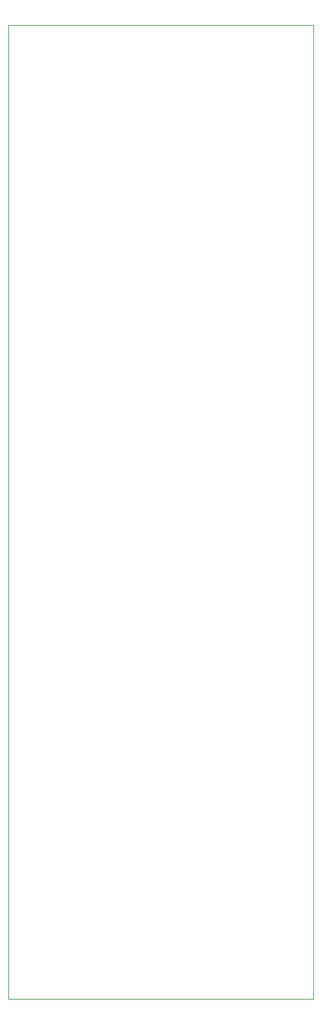
<source format=gm1>
G04 #@! TF.GenerationSoftware,KiCad,Pcbnew,8.0.5*
G04 #@! TF.CreationDate,2024-11-24T11:26:01+01:00*
G04 #@! TF.ProjectId,encore-panel,656e636f-7265-42d7-9061-6e656c2e6b69,rev?*
G04 #@! TF.SameCoordinates,Original*
G04 #@! TF.FileFunction,Profile,NP*
%FSLAX46Y46*%
G04 Gerber Fmt 4.6, Leading zero omitted, Abs format (unit mm)*
G04 Created by KiCad (PCBNEW 8.0.5) date 2024-11-24 11:26:01*
%MOMM*%
%LPD*%
G01*
G04 APERTURE LIST*
G04 #@! TA.AperFunction,Profile*
%ADD10C,0.100000*%
G04 #@! TD*
G04 APERTURE END LIST*
D10*
X49850000Y-40750000D02*
X90150000Y-40750000D01*
X90150000Y-169250000D01*
X49850000Y-169250000D01*
X49850000Y-40750000D01*
M02*

</source>
